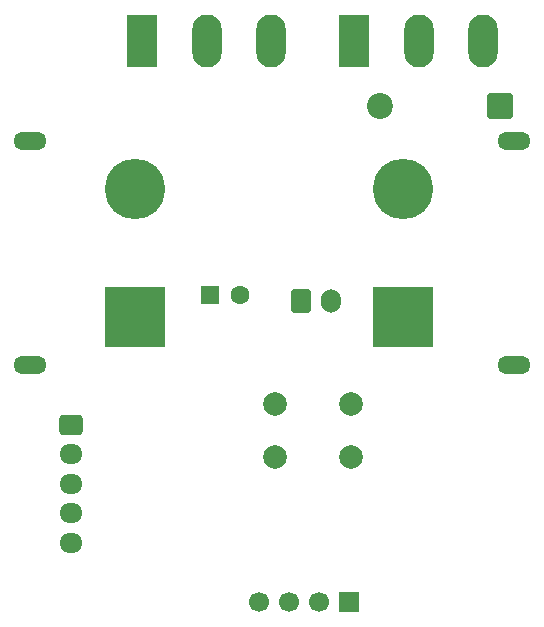
<source format=gbr>
%TF.GenerationSoftware,KiCad,Pcbnew,9.0.3*%
%TF.CreationDate,2025-12-08T06:42:03-06:00*%
%TF.ProjectId,roboboat bms v2,726f626f-626f-4617-9420-626d73207632,rev?*%
%TF.SameCoordinates,Original*%
%TF.FileFunction,Soldermask,Bot*%
%TF.FilePolarity,Negative*%
%FSLAX46Y46*%
G04 Gerber Fmt 4.6, Leading zero omitted, Abs format (unit mm)*
G04 Created by KiCad (PCBNEW 9.0.3) date 2025-12-08 06:42:03*
%MOMM*%
%LPD*%
G01*
G04 APERTURE LIST*
G04 Aperture macros list*
%AMRoundRect*
0 Rectangle with rounded corners*
0 $1 Rounding radius*
0 $2 $3 $4 $5 $6 $7 $8 $9 X,Y pos of 4 corners*
0 Add a 4 corners polygon primitive as box body*
4,1,4,$2,$3,$4,$5,$6,$7,$8,$9,$2,$3,0*
0 Add four circle primitives for the rounded corners*
1,1,$1+$1,$2,$3*
1,1,$1+$1,$4,$5*
1,1,$1+$1,$6,$7*
1,1,$1+$1,$8,$9*
0 Add four rect primitives between the rounded corners*
20,1,$1+$1,$2,$3,$4,$5,0*
20,1,$1+$1,$4,$5,$6,$7,0*
20,1,$1+$1,$6,$7,$8,$9,0*
20,1,$1+$1,$8,$9,$2,$3,0*%
G04 Aperture macros list end*
%ADD10R,1.700000X1.700000*%
%ADD11C,1.700000*%
%ADD12C,2.000000*%
%ADD13RoundRect,0.250000X-0.550000X-0.550000X0.550000X-0.550000X0.550000X0.550000X-0.550000X0.550000X0*%
%ADD14C,1.600000*%
%ADD15RoundRect,0.250000X-0.600000X-0.750000X0.600000X-0.750000X0.600000X0.750000X-0.600000X0.750000X0*%
%ADD16O,1.700000X2.000000*%
%ADD17RoundRect,0.250000X-0.725000X0.600000X-0.725000X-0.600000X0.725000X-0.600000X0.725000X0.600000X0*%
%ADD18O,1.950000X1.700000*%
%ADD19RoundRect,0.249999X0.850001X0.850001X-0.850001X0.850001X-0.850001X-0.850001X0.850001X-0.850001X0*%
%ADD20C,2.200000*%
%ADD21R,2.500000X4.500000*%
%ADD22O,2.500000X4.500000*%
%ADD23C,5.120000*%
%ADD24O,2.804000X1.504000*%
%ADD25RoundRect,0.102000X2.458000X-2.458000X2.458000X2.458000X-2.458000X2.458000X-2.458000X-2.458000X0*%
%ADD26RoundRect,0.102000X-2.458000X2.458000X-2.458000X-2.458000X2.458000X-2.458000X2.458000X2.458000X0*%
G04 APERTURE END LIST*
D10*
%TO.C,J1*%
X79080000Y-167000000D03*
D11*
X76540000Y-167000000D03*
X74000000Y-167000000D03*
X71460000Y-167000000D03*
%TD*%
D12*
%TO.C,SW1*%
X72750000Y-150250000D03*
X79250000Y-150250000D03*
X72750000Y-154750000D03*
X79250000Y-154750000D03*
%TD*%
D13*
%TO.C,C4*%
X67317621Y-141000000D03*
D14*
X69817621Y-141000000D03*
%TD*%
D15*
%TO.C,J7*%
X75000000Y-141500000D03*
D16*
X77500000Y-141500000D03*
%TD*%
D17*
%TO.C,J6*%
X55500000Y-152000000D03*
D18*
X55500000Y-154500000D03*
X55500000Y-157000000D03*
X55500000Y-159500000D03*
X55500000Y-162000000D03*
%TD*%
D19*
%TO.C,D1*%
X91800000Y-125000000D03*
D20*
X81640000Y-125000000D03*
%TD*%
D21*
%TO.C,Q1*%
X79500000Y-119500000D03*
D22*
X84950000Y-119500000D03*
X90400000Y-119500000D03*
%TD*%
D23*
%TO.C,J4*%
X83650000Y-132000000D03*
D24*
X93050000Y-146900000D03*
X93050000Y-128000000D03*
D25*
X83650000Y-142900000D03*
%TD*%
D23*
%TO.C,J3*%
X60900000Y-132000000D03*
D24*
X52000000Y-128000000D03*
X52000000Y-146900000D03*
D26*
X60900000Y-142900000D03*
%TD*%
D21*
%TO.C,Q5*%
X61550000Y-119500000D03*
D22*
X67000000Y-119500000D03*
X72450000Y-119500000D03*
%TD*%
M02*

</source>
